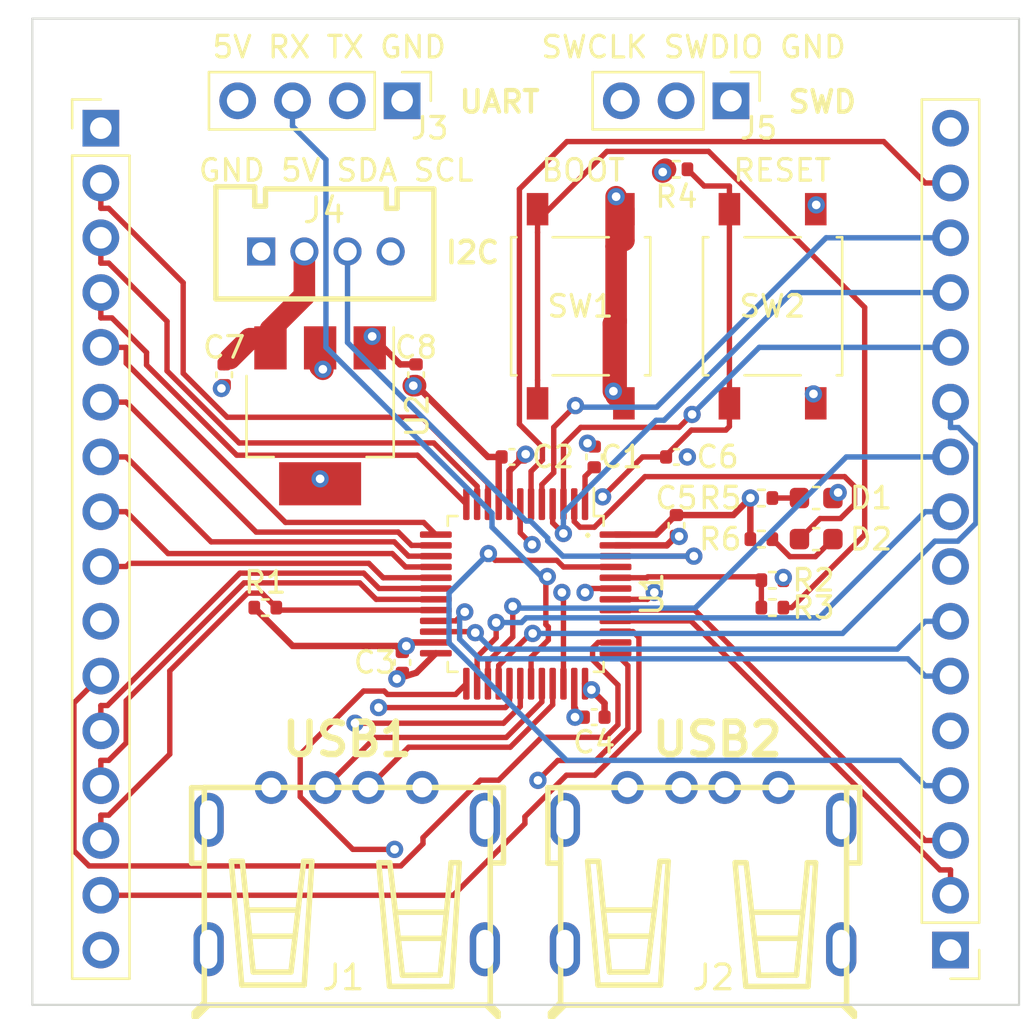
<source format=kicad_pcb>
(kicad_pcb (version 20221018) (generator pcbnew)
  (layers (0 "F.Cu" signal) (1 "In1.Cu" signal) (2 "In2.Cu" signal) (31 "B.Cu" signal) (34 "B.Paste" user) (35 "F.Paste" user) (36 "B.SilkS" user "B.Silkscreen") (37 "F.SilkS" user "F.Silkscreen") (38 "B.Mask" user) (39 "F.Mask" user) (44 "Edge.Cuts" user))
  (net 0 "")
  (net 1 "GND")
  (net 2 "Net-(#FLG01-pwr)")
  (net 3 "+3.3V")
  (net 4 "/NRST")
  (net 5 "+5V")
  (net 6 "Net-(D1-A)")
  (net 7 "/LED1")
  (net 8 "Net-(D2-A)")
  (net 9 "/USB1DM")
  (net 10 "/USB1DP")
  (net 12 "/USB2DM")
  (net 13 "/USB2DP")
  (net 15 "/USART1_TX")
  (net 16 "/USART1_RX")
  (net 17 "/PB9")
  (net 18 "/PB8")
  (net 19 "/SWDIO")
  (net 20 "/SWCLK")
  (net 21 "/PA0")
  (net 22 "/PA1")
  (net 23 "/PA2")
  (net 24 "/PA3")
  (net 25 "/PA4")
  (net 26 "/PA5")
  (net 27 "/PA6")
  (net 28 "/PA7")
  (net 29 "/PA8")
  (net 30 "/PA15")
  (net 31 "/PB0")
  (net 32 "/PB1")
  (net 33 "/PB2")
  (net 34 "/PB3")
  (net 35 "/PB4")
  (net 36 "/PB5")
  (net 37 "/PB10")
  (net 38 "/PB11")
  (net 39 "/PB12")
  (net 40 "/PB13")
  (net 41 "/PB14")
  (net 42 "/PB15")
  (net 43 "/PC14")
  (net 44 "/PC15")
  (net 45 "/PD0")
  (net 46 "/PD1")
  (net 47 "/BOOT0")
  (net 48 "Net-(R3-Pad2)")
  (footprint "Connector_PinHeader_2.54mm:PinHeader_1x16_P2.54mm_Vertical" (layer "F.Cu") (at 60.325 59.69 180)
    (fp_text reference "J7" hide)
    (fp_text value "Conn_01x16")
  )
  (footprint "Package_TO_SOT_SMD:SOT-223-3_TabPin2" (layer "F.Cu") (at 31.115 34.925 -90)
    (fp_text reference "U2")
    (fp_text value "AMS1117-3.3")
  )
  (footprint "Capacitor_SMD:C_0402_1005Metric" (layer "F.Cu") (at 35.56 33.02 90)
    (fp_text reference "C8")
    (fp_text value "2.2u")
  )
  (footprint "Capacitor_SMD:C_0402_1005Metric" (layer "F.Cu") (at 40.005 36.83 180)
    (fp_text reference "C2")
    (fp_text value "0.1u")
  )
  (footprint "toyoshim:USB-A-TH_JTJ-USB-A-F-10.0-010" (layer "F.Cu") (at 32.3495 55.9025)
    (fp_text reference "J1")
    (fp_text value "USB_A" hide)
  )
  (footprint "Resistor_SMD:R_0402_1005Metric" (layer "F.Cu") (at 47.625 23.495)
    (fp_text reference "R4")
    (fp_text value "10K")
  )
  (footprint "Capacitor_SMD:C_0402_1005Metric" (layer "F.Cu") (at 26.67 33.02 -90)
    (fp_text reference "C7")
    (fp_text value "10u")
  )
  (footprint "Resistor_SMD:R_0402_1005Metric" (layer "F.Cu") (at 51.56 40.64)
    (fp_text reference "R6")
    (fp_text value "1K")
  )
  (footprint "Resistor_SMD:R_0402_1005Metric" (layer "F.Cu") (at 52.07 42.545)
    (fp_text reference "R2")
    (fp_text value "2K")
  )
  (footprint "Connector_PinHeader_2.54mm:PinHeader_1x16_P2.54mm_Vertical" (layer "F.Cu") (at 20.955 21.59)
    (fp_text reference "J6" hide)
    (fp_text value "Conn_01x16")
  )
  (footprint "Capacitor_SMD:C_0402_1005Metric" (layer "F.Cu") (at 47.625 36.83)
    (fp_text reference "C6")
    (fp_text value "0.1u")
  )
  (footprint "toyoshim:CONN-TH_4P-P2.00_HX20020-4A_2" (layer "F.Cu") (at 31.385 27.305 180)
    (fp_text reference "J4")
    (fp_text value "Conn_01x04" hide)
  )
  (footprint "Capacitor_SMD:C_0402_1005Metric" (layer "F.Cu") (at 47.625 40.005 -90)
    (fp_text reference "C5")
    (fp_text value "0.1u")
  )
  (footprint "Capacitor_SMD:C_0402_1005Metric" (layer "F.Cu") (at 43.815 48.895 180)
    (fp_text reference "C4")
    (fp_text value "0.1u")
  )
  (footprint "Connector_PinHeader_2.54mm:PinHeader_1x03_P2.54mm_Vertical" (layer "F.Cu") (at 50.15 20.32 -90)
    (fp_text reference "J5")
    (fp_text value "Conn_01x03")
  )
  (footprint "toyoshim:TS-1159B" (layer "F.Cu") (at 43.19 29.845 90)
    (fp_text reference "SW1")
    (fp_text value "SW_Push")
  )
  (footprint "Resistor_SMD:R_0402_1005Metric" (layer "F.Cu") (at 51.56 38.735)
    (fp_text reference "R5")
    (fp_text value "1K")
  )
  (footprint "Resistor_SMD:R_0402_1005Metric" (layer "F.Cu") (at 28.575 43.815)
    (fp_text reference "R1")
    (fp_text value "2K")
  )
  (footprint "Capacitor_SMD:C_0603_1608Metric" (layer "F.Cu") (at 54.1 38.735 180)
    (fp_text reference "D1")
    (fp_text value "LED")
  )
  (footprint "Resistor_SMD:R_0402_1005Metric" (layer "F.Cu") (at 52.07 43.815)
    (fp_text reference "R3")
    (fp_text value "1K")
  )
  (footprint "Capacitor_SMD:C_0402_1005Metric" (layer "F.Cu") (at 43.815 36.83 -90)
    (fp_text reference "C1")
    (fp_text value "0.1u")
  )
  (footprint "toyoshim:USB-A-TH_JTJ-USB-A-F-10.0-010" (layer "F.Cu") (at 48.8595 55.9025)
    (fp_text reference "J2")
    (fp_text value "USB_A" hide)
  )
  (footprint "Connector_PinHeader_2.54mm:PinHeader_1x04_P2.54mm_Vertical" (layer "F.Cu") (at 34.915 20.32 -90)
    (fp_text reference "J3")
    (fp_text value "Conn_01x04")
  )
  (footprint "Package_QFP:LQFP-48_7x7mm_P0.5mm" (layer "F.Cu") (at 40.64 43.18 -90)
    (fp_text reference "U1")
    (fp_text value "CH32V203C8T6")
  )
  (footprint "Capacitor_SMD:C_0603_1608Metric" (layer "F.Cu") (at 54.1 40.64)
    (fp_text reference "D2")
    (fp_text value "LED")
  )
  (footprint "Capacitor_SMD:C_0402_1005Metric" (layer "F.Cu") (at 34.925 46.355 -90)
    (fp_text reference "C3")
    (fp_text value "0.1u")
  )
  (footprint "toyoshim:TS-1159B" (layer "F.Cu") (at 52.08 29.845 90)
    (fp_text reference "SW2")
    (fp_text value "SW_Push")
  )
  (gr_line (start 63.5 16.51) (end 63.5 62.23) (stroke (width 0.1)) (layer "Edge.Cuts"))
  (gr_line (start 17.78 16.51) (end 63.5 16.51) (stroke (width 0.1)) (layer "Edge.Cuts"))
  (gr_line (start 17.78 62.23) (end 17.78 16.51) (stroke (width 0.1)) (layer "Edge.Cuts"))
  (gr_line (start 63.5 62.23) (end 17.78 62.23) (stroke (width 0.1)) (layer "Edge.Cuts"))
  (gr_text "GND 5V SDA SCL" (at 25.4 24.13) (layer "F.SilkS") (effects (font (size 1 1)) (justify left bottom)))
  (gr_text "SWD" (at 52.705 20.955) (layer "F.SilkS") (effects (font (size 1 1) (thickness 0.2) bold) (justify left bottom)))
  (gr_text "5V RX TX GND" (at 26.035 18.415) (layer "F.SilkS") (effects (font (size 1 1)) (justify left bottom)))
  (gr_text "." (at 43.18 40.64) (layer "F.SilkS") (effects (font (size 1 1)) (justify left bottom)))
  (gr_text "SWCLK SWDIO GND" (at 41.275 18.415) (layer "F.SilkS") (effects (font (size 1 1)) (justify left bottom)))
  (gr_text "RESET" (at 50.165 24.13) (layer "F.SilkS") (effects (font (size 1 1)) (justify left bottom)))
  (gr_text "UART" (at 37.465 20.955) (layer "F.SilkS") (effects (font (size 1 1) (thickness 0.2) bold) (justify left bottom)))
  (gr_text "USB2" (at 46.355 50.8) (layer "F.SilkS") (effects (font (size 1.5 1.5) (thickness 0.3) bold) (justify left bottom)))
  (gr_text "I2C" (at 36.83 27.94) (layer "F.SilkS") (effects (font (size 1 1) (thickness 0.2) bold) (justify left bottom)))
  (gr_text "USB1" (at 29.21 50.8) (layer "F.SilkS") (effects (font (size 1.5 1.5) (thickness 0.3) bold) (justify left bottom)))
  (gr_text "BOOT" (at 41.275 24.13) (layer "F.SilkS") (effects (font (size 1 1)) (justify left bottom)))
  (segment (start 35.56 32.54) (end 34.826 32.54) (width 0.3) (layer "F.Cu") (net 1))
  (segment (start 33.528 31.242) (end 33.415 31.355) (width 0.25) (layer "F.Cu") (net 1))
  (segment (start 26.543 33.655) (end 26.67 33.528) (width 0.25) (layer "F.Cu") (net 1))
  (segment (start 26.67 33.528) (end 26.67 33.5) (width 0.25) (layer "F.Cu") (net 1))
  (segment (start 33.415 31.355) (end 33.415 31.775) (width 0.25) (layer "F.Cu") (net 1))
  (segment (start 54.875 38.724) (end 54.875 38.735) (width 0.25) (layer "F.Cu") (net 1))
  (segment (start 53.975 33.909) (end 54.08 34.014) (width 0.25) (layer "F.Cu") (net 1))
  (segment (start 36.4775 45.43) (end 35.37 45.43) (width 0.3) (layer "F.Cu") (net 1))
  (segment (start 35.37 45.43) (end 35.207 45.593) (width 0.3) (layer "F.Cu") (net 1))
  (segment (start 47.18 40.93) (end 47.597 40.513) (width 0.3) (layer "F.Cu") (net 1))
  (segment (start 43.66 36.195) (end 43.815 36.35) (width 0.25) (layer "F.Cu") (net 1))
  (segment (start 39.89 37.468) (end 40.485 36.873) (width 0.3) (layer "F.Cu") (net 1))
  (segment (start 34.826 32.54) (end 33.528 31.242) (width 0.3) (layer "F.Cu") (net 1))
  (segment (start 52.578 42.418) (end 52.58 42.42) (width 0.25) (layer "F.Cu") (net 1))
  (segment (start 47.752 40.513) (end 47.752 40.358) (width 0.3) (layer "F.Cu") (net 1))
  (segment (start 34.925 45.875) (end 34.925 45.7765) (width 0.3) (layer "F.Cu") (net 1))
  (segment (start 40.64 36.703) (end 40.485 36.83) (width 0.3) (layer "F.Cu") (net 1))
  (segment (start 47.597 40.513) (end 47.752 40.513) (width 0.3) (layer "F.Cu") (net 1))
  (segment (start 54.102 25.146) (end 54.08 25.168) (width 0.25) (layer "F.Cu") (net 1))
  (segment (start 52.58 42.42) (end 52.58 42.545) (width 0.25) (layer "F.Cu") (net 1))
  (segment (start 42.89 47.3425) (end 42.89 48.45) (width 0.3) (layer "F.Cu") (net 1))
  (segment (start 28.065 43.815) (end 29.843 45.593) (width 0.3) (layer "F.Cu") (net 1))
  (segment (start 47.752 40.358) (end 47.625 40.485) (width 0.3) (layer "F.Cu") (net 1))
  (segment (start 39.89 39.0175) (end 39.89 37.468) (width 0.3) (layer "F.Cu") (net 1))
  (segment (start 55.118 38.481) (end 54.875 38.724) (width 0.25) (layer "F.Cu") (net 1))
  (segment (start 42.926 48.486) (end 42.926 48.895) (width 0.3) (layer "F.Cu") (net 1))
  (segment (start 35.207 45.593) (end 35.1085 45.593) (width 0.3) (layer "F.Cu") (net 1))
  (segment (start 54.08 25.168) (end 54.08 25.345) (width 0.25) (layer "F.Cu") (net 1))
  (segment (start 40.485 36.873) (end 40.64 36.703) (width 0.3) (layer "F.Cu") (net 1))
  (segment (start 43.5045 36.195) (end 43.66 36.195) (width 0.25) (layer "F.Cu") (net 1))
  (segment (start 42.89 48.45) (end 42.926 48.486) (width 0.3) (layer "F.Cu") (net 1))
  (segment (start 44.8025 40.93) (end 47.18 40.93) (width 0.3) (layer "F.Cu") (net 1))
  (segment (start 54.08 34.014) (end 54.08 34.345) (width 0.25) (layer "F.Cu") (net 1))
  (segment (start 34.925 45.7765) (end 35.1085 45.593) (width 0.3) (layer "F.Cu") (net 1))
  (segment (start 48.133 36.83) (end 48.105 36.83) (width 0.25) (layer "F.Cu") (net 1))
  (segment (start 42.926 48.895) (end 43.335 48.895) (width 0.3) (layer "F.Cu") (net 1))
  (segment (start 34.643 45.593) (end 34.925 45.875) (width 0.3) (layer "F.Cu") (net 1))
  (segment (start 29.843 45.593) (end 34.643 45.593) (width 0.3) (layer "F.Cu") (net 1))
  (via (at 42.926 48.895) (size 0.8) (drill 0.4) (layers "F.Cu" "B.Cu") (net 1))
  (via (at 53.975 33.909) (size 0.8) (drill 0.4) (layers "F.Cu" "B.Cu") (net 1))
  (via (at 52.578 42.418) (size 0.8) (drill 0.4) (layers "F.Cu" "B.Cu") (net 1))
  (via (at 43.5045 36.195) (size 0.8) (drill 0.4) (layers "F.Cu" "B.Cu") (net 1))
  (via (at 55.118 38.481) (size 0.8) (drill 0.4) (layers "F.Cu" "B.Cu") (net 1))
  (via (at 54.102 25.146) (size 0.8) (drill 0.4) (layers "F.Cu" "B.Cu") (net 1))
  (via (at 35.1085 45.593) (size 0.8) (drill 0.4) (layers "F.Cu" "B.Cu") (net 1))
  (via (at 33.528 31.242) (size 0.8) (drill 0.4) (layers "F.Cu" "B.Cu") (net 1))
  (via (at 48.133 36.83) (size 0.8) (drill 0.4) (layers "F.Cu" "B.Cu") (net 1))
  (via (at 40.64 36.703) (size 0.8) (drill 0.4) (layers "F.Cu" "B.Cu") (net 1))
  (via (at 47.752 40.513) (size 0.8) (drill 0.4) (layers "F.Cu" "B.Cu") (net 1))
  (via (at 26.543 33.655) (size 0.8) (drill 0.4) (layers "F.Cu" "B.Cu") (net 1))
  (segment (start 43.39 37.735) (end 43.39 39.0175) (width 0.25) (layer "F.Cu") (net 2))
  (segment (start 43.815 37.31) (end 43.39 37.735) (width 0.25) (layer "F.Cu") (net 2))
  (segment (start 47.582 39.525) (end 47.625 39.525) (width 0.3) (layer "F.Cu") (net 3))
  (segment (start 35.5391 33.5209) (end 35.56 33.5) (width 0.5608) (layer "F.Cu") (net 3))
  (segment (start 46.677 40.43) (end 47.582 39.525) (width 0.3) (layer "F.Cu") (net 3))
  (segment (start 51.054 38.735) (end 51.054 38.731) (width 0.3) (layer "F.Cu") (net 3))
  (segment (start 47.115 23.497) (end 47.115 23.495) (width 1) (layer "F.Cu") (net 3))
  (segment (start 34.925 46.835) (end 34.671 47.117) (width 0.3) (layer "F.Cu") (net 3))
  (segment (start 47.625 39.525) (end 50.26 39.525) (width 0.3) (layer "F.Cu") (net 3))
  (segment (start 35.5228 33.5209) (end 35.5235 33.5209) (width 0.5608) (layer "F.Cu") (net 3))
  (segment (start 31.115 32.639) (end 31.115 31.775) (width 1) (layer "F.Cu") (net 3))
  (segment (start 35.5157 33.528) (end 35.5228 33.5209) (width 0.5608) (layer "F.Cu") (net 3))
  (segment (start 39.39 36.965) (end 39.525 36.83) (width 0.3) (layer "F.Cu") (net 3))
  (segment (start 38.89 36.83) (end 39.525 36.83) (width 0.3) (layer "F.Cu") (net 3))
  (segment (start 31.115 37.846) (end 31.115 38.075) (width 1) (layer "F.Cu") (net 3))
  (segment (start 51.05 38.735) (end 51.05 40.64) (width 0.3) (layer "F.Cu") (net 3))
  (segment (start 43.6725 47.625) (end 43.688 47.625) (width 0.3) (layer "F.Cu") (net 3))
  (segment (start 43.688 47.625) (end 43.688 47.6405) (width 0.3) (layer "F.Cu") (net 3))
  (segment (start 35.433 33.528) (end 35.5157 33.528) (width 1) (layer "F.Cu") (net 3))
  (segment (start 39.39 39.0175) (end 39.39 36.965) (width 0.3) (layer "F.Cu") (net 3))
  (segment (start 31.242 32.766) (end 31.115 32.639) (width 1) (layer "F.Cu") (net 3))
  (segment (start 44.295 48.2475) (end 44.295 48.895) (width 0.3) (layer "F.Cu") (net 3))
  (segment (start 43.688 47.6405) (end 44.295 48.2475) (width 0.3) (layer "F.Cu") (net 3))
  (segment (start 44.8025 40.43) (end 46.677 40.43) (width 0.3) (layer "F.Cu") (net 3))
  (segment (start 43.39 47.3425) (end 43.6725 47.625) (width 0.3) (layer "F.Cu") (net 3))
  (segment (start 46.99 23.622) (end 47.115 23.497) (width 1) (layer "F.Cu") (net 3))
  (segment (start 50.26 39.525) (end 51.05 38.735) (width 0.3) (layer "F.Cu") (net 3))
  (segment (start 35.56 33.5) (end 38.89 36.83) (width 0.3) (layer "F.Cu") (net 3))
  (segment (start 51.05 38.735) (end 51.054 38.735) (width 0.3) (layer "F.Cu") (net 3))
  (segment (start 34.671 47.117) (end 35.5725 46.835) (width 0.3) (layer "F.Cu") (net 3))
  (segment (start 51.054 38.731) (end 51.05 38.735) (width 0.3) (layer "F.Cu") (net 3))
  (segment (start 35.5725 46.835) (end 36.4775 45.93) (width 0.3) (layer "F.Cu") (net 3))
  (segment (start 35.5235 33.5209) (end 35.5391 33.5209) (width 1) (layer "F.Cu") (net 3))
  (via (at 35.433 33.528) (size 0.8) (drill 0.4) (layers "F.Cu" "B.Cu") (net 3))
  (via (at 31.242 32.766) (size 0.8) (drill 0.4) (layers "F.Cu" "B.Cu") (net 3))
  (via (at 43.688 47.625) (size 0.8) (drill 0.4) (layers "F.Cu" "B.Cu") (net 3))
  (via (at 31.115 37.846) (size 0.8) (drill 0.4) (layers "F.Cu" "B.Cu") (net 3))
  (via (at 34.671 47.117) (size 0.8) (drill 0.4) (layers "F.Cu" "B.Cu") (net 3))
  (via (at 51.054 38.735) (size 0.8) (drill 0.4) (layers "F.Cu" "B.Cu") (net 3))
  (via (at 46.99 23.622) (size 0.8) (drill 0.4) (layers "F.Cu" "B.Cu") (net 3))
  (segment (start 50.08 25.345) (end 50.08 34.345) (width 0.25) (layer "F.Cu") (net 4))
  (segment (start 44.2035 38.68) (end 46.0535 36.83) (width 0.25) (layer "F.Cu") (net 4))
  (segment (start 40.39 39.0175) (end 40.39 40.35) (width 0.25) (layer "F.Cu") (net 4))
  (segment (start 47.145 36.7582) (end 48.3179 35.5853) (width 0.25) (layer "F.Cu") (net 4))
  (segment (start 46.0535 36.83) (end 47.145 36.83) (width 0.25) (layer "F.Cu") (net 4))
  (segment (start 48.3179 35.5853) (end 49.915 35.5853) (width 0.25) (layer "F.Cu") (net 4))
  (segment (start 50.08 34.345) (end 50.08 35.4203) (width 0.25) (layer "F.Cu") (net 4))
  (segment (start 47.145 36.83) (end 47.145 36.7582) (width 0.25) (layer "F.Cu") (net 4))
  (segment (start 49.915 35.5853) (end 50.08 35.4203) (width 0.25) (layer "F.Cu") (net 4))
  (segment (start 40.39 40.35) (end 40.9365 40.8965) (width 0.25) (layer "F.Cu") (net 4))
  (segment (start 48.9097 24.2697) (end 48.135 23.495) (width 0.25) (layer "F.Cu") (net 4))
  (segment (start 50.08 25.345) (end 50.08 24.2697) (width 0.25) (layer "F.Cu") (net 4))
  (segment (start 50.08 24.2697) (end 48.9097 24.2697) (width 0.25) (layer "F.Cu") (net 4))
  (via (at 44.2035 38.68) (size 0.8) (drill 0.4) (layers "F.Cu" "B.Cu") (net 4))
  (via (at 40.9365 40.8965) (size 0.8) (drill 0.4) (layers "F.Cu" "B.Cu") (net 4))
  (segment (start 44.831 27.0702) (end 45.1059 26.7953) (width 1) (layer "F.Cu") (net 5))
  (segment (start 44.831 27.0702) (end 44.831 30.5281) (width 1) (layer "F.Cu") (net 5))
  (segment (start 28.815 31.35) (end 28.815 31.775) (width 1) (layer "F.Cu") (net 5))
  (segment (start 27.86 31.35) (end 26.9397 32.2703) (width 1) (layer "F.Cu") (net 5))
  (segment (start 45.1059 26.7953) (end 45.19 26.7953) (width 1) (layer "F.Cu") (net 5))
  (segment (start 30.385 29.355) (end 28.815 30.925) (width 1) (layer "F.Cu") (net 5))
  (segment (start 26.9397 32.2703) (end 26.67 32.54) (width 0.5608) (layer "F.Cu") (net 5))
  (segment (start 44.831 33.986) (end 45.19 34.345) (width 1) (layer "F.Cu") (net 5))
  (segment (start 44.831 30.5281) (end 44.704 30.6551) (width 1) (layer "F.Cu") (net 5))
  (segment (start 44.831 30.5281) (end 44.831 33.986) (width 1) (layer "F.Cu") (net 5))
  (segment (start 45.19 25.345) (end 45.19 26.7953) (width 1) (layer "F.Cu") (net 5))
  (segment (start 28.815 31.35) (end 27.86 31.35) (width 1) (layer "F.Cu") (net 5))
  (segment (start 44.704 30.6551) (end 44.704 33.782) (width 1) (layer "F.Cu") (net 5))
  (segment (start 30.385 27.305) (end 30.385 29.355) (width 1) (layer "F.Cu") (net 5))
  (segment (start 28.815 30.925) (end 28.815 31.35) (width 1) (layer "F.Cu") (net 5))
  (segment (start 44.831 24.765) (end 44.831 27.0702) (width 1) (layer "F.Cu") (net 5))
  (via (at 44.831 24.765) (size 0.8) (drill 0.4) (layers "F.Cu" "B.Cu") (net 5))
  (via (at 44.704 33.782) (size 0.8) (drill 0.4) (layers "F.Cu" "B.Cu") (net 5))
  (segment (start 53.325 38.735) (end 52.07 38.735) (width 0.25) (layer "F.Cu") (net 6))
  (segment (start 43.1543 40.0881) (end 43.8213 40.0881) (width 0.25) (layer "F.Cu") (net 7))
  (segment (start 55.2199 39.6875) (end 54.2775 39.6875) (width 0.25) (layer "F.Cu") (net 7))
  (segment (start 55.877 39.0304) (end 55.2199 39.6875) (width 0.25) (layer "F.Cu") (net 7))
  (segment (start 55.4203 37.7451) (end 55.877 38.2018) (width 0.25) (layer "F.Cu") (net 7))
  (segment (start 55.877 38.2018) (end 55.877 39.0304) (width 0.25) (layer "F.Cu") (net 7))
  (segment (start 46.1643 37.7451) (end 55.4203 37.7451) (width 0.25) (layer "F.Cu") (net 7))
  (segment (start 42.89 39.8238) (end 43.1543 40.0881) (width 0.25) (layer "F.Cu") (net 7))
  (segment (start 42.89 39.0175) (end 42.89 39.8238) (width 0.25) (layer "F.Cu") (net 7))
  (segment (start 54.2775 39.6875) (end 53.325 40.64) (width 0.25) (layer "F.Cu") (net 7))
  (segment (start 43.8213 40.0881) (end 46.1643 37.7451) (width 0.25) (layer "F.Cu") (net 7))
  (segment (start 54.875 40.64) (end 54.0618 41.4532) (width 0.25) (layer "F.Cu") (net 8))
  (segment (start 54.0618 41.4532) (end 52.8832 41.4532) (width 0.25) (layer "F.Cu") (net 8))
  (segment (start 52.8832 41.4532) (end 52.07 40.64) (width 0.25) (layer "F.Cu") (net 8))
  (segment (start 41.39 48.1835) (end 39.7381 49.8354) (width 0.25) (layer "F.Cu") (net 9))
  (segment (start 33.6656 49.8354) (end 31.3485 52.1525) (width 0.25) (layer "F.Cu") (net 9))
  (segment (start 41.39 47.3425) (end 41.39 48.1835) (width 0.25) (layer "F.Cu") (net 9))
  (segment (start 39.7381 49.8354) (end 33.6656 49.8354) (width 0.25) (layer "F.Cu") (net 9))
  (segment (start 41.89 48.3204) (end 39.9246 50.2858) (width 0.25) (layer "F.Cu") (net 10))
  (segment (start 39.9246 50.2858) (end 35.2172 50.2858) (width 0.25) (layer "F.Cu") (net 10))
  (segment (start 35.2172 50.2858) (end 33.3505 52.1525) (width 0.25) (layer "F.Cu") (net 10))
  (segment (start 41.89 47.3425) (end 41.89 48.3204) (width 0.25) (layer "F.Cu") (net 10))
  (segment (start 44.8025 43.43) (end 46.2835 43.43) (width 0.25) (layer "F.Cu") (net 12))
  (segment (start 46.2835 43.43) (end 46.6011 43.1124) (width 0.25) (layer "F.Cu") (net 12))
  (via (at 46.6011 43.1124) (size 0.8) (drill 0.4) (layers "F.Cu" "B.Cu") (net 12))
  (segment (start 43.5739 42.93) (end 43.3915 43.1124) (width 0.25) (layer "F.Cu") (net 13))
  (segment (start 44.8025 42.93) (end 43.5739 42.93) (width 0.25) (layer "F.Cu") (net 13))
  (via (at 43.3915 43.1124) (size 0.8) (drill 0.4) (layers "F.Cu" "B.Cu") (net 13))
  (segment (start 40.39 48.3961) (end 39.6116 49.1745) (width 0.25) (layer "F.Cu") (net 15))
  (segment (start 40.39 47.3425) (end 40.39 48.3961) (width 0.25) (layer "F.Cu") (net 15))
  (segment (start 39.6116 49.1745) (end 32.7306 49.1745) (width 0.25) (layer "F.Cu") (net 15))
  (via (at 32.7306 49.1745) (size 0.8) (drill 0.4) (layers "F.Cu" "B.Cu") (net 15))
  (segment (start 41.6901 44.7129) (end 41.5743 44.5971) (width 0.25) (layer "F.Cu") (net 16))
  (segment (start 40.89 47.3425) (end 40.89 46.114) (width 0.25) (layer "F.Cu") (net 16))
  (segment (start 41.5743 42.4416) (end 41.6405 42.3754) (width 0.25) (layer "F.Cu") (net 16))
  (segment (start 41.6901 45.3139) (end 41.6901 44.7129) (width 0.25) (layer "F.Cu") (net 16))
  (segment (start 41.5743 44.5971) (end 41.5743 42.4416) (width 0.25) (layer "F.Cu") (net 16))
  (segment (start 40.89 46.114) (end 41.6901 45.3139) (width 0.25) (layer "F.Cu") (net 16))
  (via (at 41.6405 42.3754) (size 0.8) (drill 0.4) (layers "F.Cu" "B.Cu") (net 16))
  (segment (start 39.0805 40.0885) (end 41.3674 42.3754) (width 0.25) (layer "B.Cu") (net 16))
  (segment (start 41.3674 42.3754) (end 41.6405 42.3754) (width 0.25) (layer "B.Cu") (net 16))
  (segment (start 39.0805 39.439) (end 39.0805 40.0885) (width 0.25) (layer "B.Cu") (net 16))
  (segment (start 31.385 23.0453) (end 31.385 31.7435) (width 0.25) (layer "B.Cu") (net 16))
  (segment (start 29.835 21.4953) (end 31.385 23.0453) (width 0.25) (layer "B.Cu") (net 16))
  (segment (start 29.835 20.32) (end 29.835 21.4953) (width 0.25) (layer "B.Cu") (net 16))
  (segment (start 31.385 31.7435) (end 39.0805 39.439) (width 0.25) (layer "B.Cu") (net 16))
  (segment (start 44.8025 41.43) (end 48.4311 41.43) (width 0.25) (layer "F.Cu") (net 17))
  (via (at 48.4311 41.43) (size 0.8) (drill 0.4) (layers "F.Cu" "B.Cu") (net 17))
  (segment (start 41.6618 40.596) (end 40.8666 39.8008) (width 0.25) (layer "B.Cu") (net 17))
  (segment (start 41.6618 40.7273) (end 41.6618 40.596) (width 0.25) (layer "B.Cu") (net 17))
  (segment (start 40.6612 39.8008) (end 32.385 31.5246) (width 0.25) (layer "B.Cu") (net 17))
  (segment (start 48.4311 41.43) (end 42.3645 41.43) (width 0.25) (layer "B.Cu") (net 17))
  (segment (start 32.385 31.5246) (end 32.385 27.305) (width 0.25) (layer "B.Cu") (net 17))
  (segment (start 42.3645 41.43) (end 41.6618 40.7273) (width 0.25) (layer "B.Cu") (net 17))
  (segment (start 40.8666 39.8008) (end 40.6612 39.8008) (width 0.25) (layer "B.Cu") (net 17))
  (segment (start 42.3902 41.93) (end 42.0822 41.622) (width 0.25) (layer "F.Cu") (net 18))
  (segment (start 39.2244 41.622) (end 38.9135 41.3111) (width 0.25) (layer "F.Cu") (net 18))
  (segment (start 42.0822 41.622) (end 39.2244 41.622) (width 0.25) (layer "F.Cu") (net 18))
  (segment (start 44.8025 41.93) (end 42.3902 41.93) (width 0.25) (layer "F.Cu") (net 18))
  (via (at 38.9135 41.3111) (size 0.8) (drill 0.4) (layers "F.Cu" "B.Cu") (net 18))
  (segment (start 42.5336 50.8947) (end 57.9744 50.8947) (width 0.25) (layer "B.Cu") (net 18))
  (segment (start 57.9744 50.8947) (end 59.1497 52.07) (width 0.25) (layer "B.Cu") (net 18))
  (segment (start 37.0886 43.136) (end 37.0886 45.4497) (width 0.25) (layer "B.Cu") (net 18))
  (segment (start 60.325 52.07) (end 59.1497 52.07) (width 0.25) (layer "B.Cu") (net 18))
  (segment (start 37.0886 45.4497) (end 42.5336 50.8947) (width 0.25) (layer "B.Cu") (net 18))
  (segment (start 38.9135 41.3111) (end 37.0886 43.136) (width 0.25) (layer "B.Cu") (net 18))
  (segment (start 42.39 43.1841) (end 42.3183 43.1124) (width 0.25) (layer "F.Cu") (net 19))
  (segment (start 42.39 47.3425) (end 42.39 43.1841) (width 0.25) (layer "F.Cu") (net 19))
  (via (at 42.3183 43.1124) (size 0.8) (drill 0.4) (layers "F.Cu" "B.Cu") (net 19))
  (segment (start 44.8025 45.93) (end 45.3756 46.5031) (width 0.25) (layer "F.Cu") (net 20))
  (segment (start 45.3756 49.4202) (end 43.8927 50.9031) (width 0.25) (layer "F.Cu") (net 20))
  (segment (start 42.1275 50.9031) (end 42.1275 50.9032) (width 0.25) (layer "F.Cu") (net 20))
  (segment (start 42.1275 50.9032) (end 41.2077 51.823) (width 0.25) (layer "F.Cu") (net 20))
  (segment (start 45.3756 46.5031) (end 45.3756 49.4202) (width 0.25) (layer "F.Cu") (net 20))
  (segment (start 43.8927 50.9031) (end 42.1275 50.9031) (width 0.25) (layer "F.Cu") (net 20))
  (via (at 41.2077 51.823) (size 0.8) (drill 0.4) (layers "F.Cu" "B.Cu") (net 20))
  (segment (start 21.3223 25.3053) (end 20.955 25.3053) (width 0.25) (layer "F.Cu") (net 21))
  (segment (start 26.8089 34.9903) (end 24.77 32.9514) (width 0.25) (layer "F.Cu") (net 21))
  (segment (start 24.77 28.753) (end 21.3223 25.3053) (width 0.25) (layer "F.Cu") (net 21))
  (segment (start 24.77 32.9514) (end 24.77 28.753) (width 0.25) (layer "F.Cu") (net 21))
  (segment (start 20.955 24.13) (end 20.955 25.3053) (width 0.25) (layer "F.Cu") (net 21))
  (segment (start 38.89 39.0175) (end 38.89 38.0547) (width 0.25) (layer "F.Cu") (net 21))
  (segment (start 38.89 38.0547) (end 35.8256 34.9903) (width 0.25) (layer "F.Cu") (net 21))
  (segment (start 35.8256 34.9903) (end 26.8089 34.9903) (width 0.25) (layer "F.Cu") (net 21))
  (segment (start 20.955 26.67) (end 20.955 27.8453) (width 0.25) (layer "F.Cu") (net 22))
  (segment (start 21.3223 27.8453) (end 24.0217 30.5447) (width 0.25) (layer "F.Cu") (net 22))
  (segment (start 24.0217 30.5447) (end 24.0217 32.84) (width 0.25) (layer "F.Cu") (net 22))
  (segment (start 38.39 38.1916) (end 38.39 39.0175) (width 0.25) (layer "F.Cu") (net 22))
  (segment (start 36.3806 36.1822) (end 38.39 38.1916) (width 0.25) (layer "F.Cu") (net 22))
  (segment (start 27.3639 36.1822) (end 36.3806 36.1822) (width 0.25) (layer "F.Cu") (net 22))
  (segment (start 24.0217 32.84) (end 27.3639 36.1822) (width 0.25) (layer "F.Cu") (net 22))
  (segment (start 20.955 27.8453) (end 21.3223 27.8453) (width 0.25) (layer "F.Cu") (net 22))
  (segment (start 23.0723 31.9884) (end 21.4692 30.3853) (width 0.25) (layer "F.Cu") (net 23))
  (segment (start 20.955 29.21) (end 20.955 30.3853) (width 0.25) (layer "F.Cu") (net 23))
  (segment (start 35.6222 36.7497) (end 27.2528 36.7497) (width 0.25) (layer "F.Cu") (net 23))
  (segment (start 23.0723 32.5692) (end 23.0723 31.9884) (width 0.25) (layer "F.Cu") (net 23))
  (segment (start 27.2528 36.7497) (end 23.0723 32.5692) (width 0.25) (layer "F.Cu") (net 23))
  (segment (start 21.4692 30.3853) (end 20.955 30.3853) (width 0.25) (layer "F.Cu") (net 23))
  (segment (start 37.89 39.0175) (end 35.6222 36.7497) (width 0.25) (layer "F.Cu") (net 23))
  (segment (start 35.912 39.8645) (end 29.5102 39.8645) (width 0.25) (layer "F.Cu") (net 24))
  (segment (start 36.4775 40.43) (end 35.912 39.8645) (width 0.25) (layer "F.Cu") (net 24))
  (segment (start 22.1303 32.4846) (end 22.1303 31.75) (width 0.25) (layer "F.Cu") (net 24))
  (segment (start 20.955 31.75) (end 22.1303 31.75) (width 0.25) (layer "F.Cu") (net 24))
  (segment (start 29.5102 39.8645) (end 22.1303 32.4846) (width 0.25) (layer "F.Cu") (net 24))
  (segment (start 20.955 34.29) (end 22.1303 34.29) (width 0.25) (layer "F.Cu") (net 25))
  (segment (start 34.7357 40.3148) (end 28.1551 40.3148) (width 0.25) (layer "F.Cu") (net 25))
  (segment (start 35.3509 40.93) (end 34.7357 40.3148) (width 0.25) (layer "F.Cu") (net 25))
  (segment (start 36.4775 40.93) (end 35.3509 40.93) (width 0.25) (layer "F.Cu") (net 25))
  (segment (start 28.1551 40.3148) (end 22.1303 34.29) (width 0.25) (layer "F.Cu") (net 25))
  (segment (start 35.214 41.43) (end 34.5491 40.7651) (width 0.25) (layer "F.Cu") (net 26))
  (segment (start 34.5491 40.7651) (end 26.0654 40.7651) (width 0.25) (layer "F.Cu") (net 26))
  (segment (start 26.0654 40.7651) (end 22.1303 36.83) (width 0.25) (layer "F.Cu") (net 26))
  (segment (start 20.955 36.83) (end 22.1303 36.83) (width 0.25) (layer "F.Cu") (net 26))
  (segment (start 36.4775 41.43) (end 35.214 41.43) (width 0.25) (layer "F.Cu") (net 26))
  (segment (start 24.0712 41.3109) (end 22.1303 39.37) (width 0.25) (layer "F.Cu") (net 27))
  (segment (start 20.955 39.37) (end 22.1303 39.37) (width 0.25) (layer "F.Cu") (net 27))
  (segment (start 36.4775 41.93) (end 35.0771 41.93) (width 0.25) (layer "F.Cu") (net 27))
  (segment (start 34.458 41.3109) (end 24.0712 41.3109) (width 0.25) (layer "F.Cu") (net 27))
  (segment (start 35.0771 41.93) (end 34.458 41.3109) (width 0.25) (layer "F.Cu") (net 27))
  (segment (start 22.1303 41.91) (end 22.279 41.7613) (width 0.25) (layer "F.Cu") (net 28))
  (segment (start 22.279 41.7613) (end 33.3708 41.7613) (width 0.25) (layer "F.Cu") (net 28))
  (segment (start 33.3708 41.7613) (end 34.0395 42.43) (width 0.25) (layer "F.Cu") (net 28))
  (segment (start 20.955 41.91) (end 22.1303 41.91) (width 0.25) (layer "F.Cu") (net 28))
  (segment (start 34.0395 42.43) (end 36.4775 42.43) (width 0.25) (layer "F.Cu") (net 28))
  (segment (start 39.7001 48.4491) (end 33.8238 48.4491) (width 0.25) (layer "F.Cu") (net 29))
  (segment (start 39.89 48.2592) (end 39.7001 48.4491) (width 0.25) (layer "F.Cu") (net 29))
  (segment (start 39.89 47.3425) (end 39.89 48.2592) (width 0.25) (layer "F.Cu") (net 29))
  (via (at 33.8238 48.4491) (size 0.8) (drill 0.4) (layers "F.Cu" "B.Cu") (net 29))
  (segment (start 19.7083 48.2367) (end 20.955 46.99) (width 0.25) (layer "F.Cu") (net 30))
  (segment (start 34.8534 55.7901) (end 20.4087 55.7901) (width 0.25) (layer "F.Cu") (net 30))
  (segment (start 43.9974 45.43) (end 43.7392 45.6882) (width 0.25) (layer "F.Cu") (net 30))
  (segment (start 44.3322 49.8267) (end 41.3771 49.8267) (width 0.25) (layer "F.Cu") (net 30))
  (segment (start 20.4087 55.7901) (end 19.7083 55.0897) (width 0.25) (layer "F.Cu") (net 30))
  (segment (start 44.8025 45.43) (end 43.9974 45.43) (width 0.25) (layer "F.Cu") (net 30))
  (segment (start 43.7392 45.6882) (end 43.7392 46.2287) (width 0.25) (layer "F.Cu") (net 30))
  (segment (start 19.7083 55.0897) (end 19.7083 48.2367) (width 0.25) (layer "F.Cu") (net 30))
  (segment (start 38.5461 51.8148) (end 35.8818 54.4791) (width 0.25) (layer "F.Cu") (net 30))
  (segment (start 41.3771 49.8267) (end 39.389 51.8148) (width 0.25) (layer "F.Cu") (net 30))
  (segment (start 44.915 47.4045) (end 44.915 49.2439) (width 0.25) (layer "F.Cu") (net 30))
  (segment (start 39.389 51.8148) (end 38.5461 51.8148) (width 0.25) (layer "F.Cu") (net 30))
  (segment (start 35.8818 54.4791) (end 35.8818 54.7617) (width 0.25) (layer "F.Cu") (net 30))
  (segment (start 43.7392 46.2287) (end 44.915 47.4045) (width 0.25) (layer "F.Cu") (net 30))
  (segment (start 44.915 49.2439) (end 44.3322 49.8267) (width 0.25) (layer "F.Cu") (net 30))
  (segment (start 35.8818 54.7617) (end 34.8534 55.7901) (width 0.25) (layer "F.Cu") (net 30))
  (segment (start 33.1357 42.2179) (end 33.8478 42.93) (width 0.25) (layer "F.Cu") (net 31))
  (segment (start 21.2605 48.3547) (end 27.3973 42.2179) (width 0.25) (layer "F.Cu") (net 31))
  (segment (start 33.8478 42.93) (end 36.4775 42.93) (width 0.25) (layer "F.Cu") (net 31))
  (segment (start 27.3973 42.2179) (end 33.1357 42.2179) (width 0.25) (layer "F.Cu") (net 31))
  (segment (start 20.955 49.53) (end 20.955 48.3547) (width 0.25) (layer "F.Cu") (net 31))
  (segment (start 20.955 48.3547) (end 21.2605 48.3547) (width 0.25) (layer "F.Cu") (net 31))
  (segment (start 20.955 50.8947) (end 21.3224 50.8947) (width 0.25) (layer "F.Cu") (net 32))
  (segment (start 22.1303 48.1298) (end 27.5918 42.6683) (width 0.25) (layer "F.Cu") (net 32))
  (segment (start 22.1303 50.0868) (end 22.1303 48.1298) (width 0.25) (layer "F.Cu") (net 32))
  (segment (start 32.9492 42.6683) (end 33.7109 43.43) (width 0.25) (layer "F.Cu") (net 32))
  (segment (start 33.7109 43.43) (end 36.4775 43.43) (width 0.25) (layer "F.Cu") (net 32))
  (segment (start 27.5918 42.6683) (end 32.9492 42.6683) (width 0.25) (layer "F.Cu") (net 32))
  (segment (start 21.3224 50.8947) (end 22.1303 50.0868) (width 0.25) (layer "F.Cu") (net 32))
  (segment (start 20.955 52.07) (end 20.955 50.8947) (width 0.25) (layer "F.Cu") (net 32))
  (segment (start 24.1491 50.6079) (end 24.1491 46.7479) (width 0.25) (layer "F.Cu") (net 33))
  (segment (start 28.4139 43.1439) (end 29.085 43.815) (width 0.25) (layer "F.Cu") (net 33))
  (segment (start 20.955 54.61) (end 20.955 53.4347) (width 0.25) (layer "F.Cu") (net 33))
  (segment (start 21.3223 53.4347) (end 24.1491 50.6079) (width 0.25) (layer "F.Cu") (net 33))
  (segment (start 24.1491 46.7479) (end 27.7531 43.1439) (width 0.25) (layer "F.Cu") (net 33))
  (segment (start 36.4775 43.93) (end 29.2 43.93) (width 0.25) (layer "F.Cu") (net 33))
  (segment (start 20.955 53.4347) (end 21.3223 53.4347) (width 0.25) (layer "F.Cu") (net 33))
  (segment (start 29.2 43.93) (end 29.085 43.815) (width 0.25) (layer "F.Cu") (net 33))
  (segment (start 27.7531 43.1439) (end 28.4139 43.1439) (width 0.25) (layer "F.Cu") (net 33))
  (segment (start 42.5282 51.5837) (end 40.6045 53.5074) (width 0.25) (layer "F.Cu") (net 34))
  (segment (start 45.8865 45.1999) (end 45.8865 49.5462) (width 0.25) (layer "F.Cu") (net 34))
  (segment (start 45.8865 49.5462) (end 43.849 51.5837) (width 0.25) (layer "F.Cu") (net 34))
  (segment (start 37.2843 57.15) (end 20.955 57.15) (width 0.25) (layer "F.Cu") (net 34))
  (segment (start 40.6045 53.5074) (end 40.6045 53.8298) (width 0.25) (layer "F.Cu") (net 34))
  (segment (start 40.6045 53.8298) (end 37.2843 57.15) (width 0.25) (layer "F.Cu") (net 34))
  (segment (start 44.8025 44.93) (end 45.6166 44.93) (width 0.25) (layer "F.Cu") (net 34))
  (segment (start 45.6166 44.93) (end 45.8865 45.1999) (width 0.25) (layer "F.Cu") (net 34))
  (segment (start 43.849 51.5837) (end 42.5282 51.5837) (width 0.25) (layer "F.Cu") (net 34))
  (segment (start 59.8398 55.9747) (end 60.325 55.9747) (width 0.25) (layer "F.Cu") (net 35))
  (segment (start 48.2951 44.43) (end 59.8398 55.9747) (width 0.25) (layer "F.Cu") (net 35))
  (segment (start 60.325 57.15) (end 60.325 55.9747) (width 0.25) (layer "F.Cu") (net 35))
  (segment (start 44.8025 44.43) (end 48.2951 44.43) (width 0.25) (layer "F.Cu") (net 35))
  (segment (start 48.4697 43.93) (end 59.1497 54.61) (width 0.25) (layer "F.Cu") (net 36))
  (segment (start 44.8025 43.93) (end 48.4697 43.93) (width 0.25) (layer "F.Cu") (net 36))
  (segment (start 60.325 54.61) (end 59.1497 54.61) (width 0.25) (layer "F.Cu") (net 36))
  (segment (start 36.4775 44.43) (end 37.4021 44.43) (width 0.25) (layer "F.Cu") (net 37))
  (segment (start 37.4021 44.43) (end 37.8164 44.0157) (width 0.25) (layer "F.Cu") (net 37))
  (via (at 37.8164 44.0157) (size 0.8) (drill 0.4) (layers "F.Cu" "B.Cu") (net 37))
  (segment (start 38.4905 46.189) (end 58.3487 46.189) (width 0.25) (layer "B.Cu") (net 37))
  (segment (start 37.5791 44.253) (end 37.5791 45.2776) (width 0.25) (layer "B.Cu") (net 37))
  (segment (start 37.5791 45.2776) (end 38.4905 46.189) (width 0.25) (layer "B.Cu") (net 37))
  (segment (start 60.325 46.99) (end 59.1497 46.99) (width 0.25) (layer "B.Cu") (net 37))
  (segment (start 58.3487 46.189) (end 59.1497 46.99) (width 0.25) (layer "B.Cu") (net 37))
  (segment (start 37.8164 44.0157) (end 37.5791 44.253) (width 0.25) (layer "B.Cu") (net 37))
  (segment (start 38.2572 44.93) (end 38.3044 44.9772) (width 0.25) (layer "F.Cu") (net 38))
  (segment (start 36.4775 44.93) (end 38.2572 44.93) (width 0.25) (layer "F.Cu") (net 38))
  (via (at 38.3044 44.9772) (size 0.8) (drill 0.4) (layers "F.Cu" "B.Cu") (net 38))
  (segment (start 60.325 44.45) (end 59.1497 44.45) (width 0.25) (layer "B.Cu") (net 38))
  (segment (start 38.3044 44.9772) (end 39.0659 45.7387) (width 0.25) (layer "B.Cu") (net 38))
  (segment (start 57.861 45.7387) (end 59.1497 44.45) (width 0.25) (layer "B.Cu") (net 38))
  (segment (start 39.0659 45.7387) (end 57.861 45.7387) (width 0.25) (layer "B.Cu") (net 38))
  (segment (start 32.6322 55.0231) (end 34.5649 55.0231) (width 0.25) (layer "F.Cu") (net 39))
  (segment (start 37.3901 47.8424) (end 34.2429 47.8424) (width 0.25) (layer "F.Cu") (net 39))
  (segment (start 30.1927 50.6159) (end 30.1927 52.5836) (width 0.25) (layer "F.Cu") (net 39))
  (segment (start 34.2429 47.8424) (end 34.0834 47.6829) (width 0.25) (layer "F.Cu") (net 39))
  (segment (start 30.1927 52.5836) (end 32.6322 55.0231) (width 0.25) (layer "F.Cu") (net 39))
  (segment (start 37.89 47.3425) (end 37.3901 47.8424) (width 0.25) (layer "F.Cu") (net 39))
  (segment (start 34.0834 47.6829) (end 33.1257 47.6829) (width 0.25) (layer "F.Cu") (net 39))
  (segment (start 33.1257 47.6829) (end 30.1927 50.6159) (width 0.25) (layer "F.Cu") (net 39))
  (via (at 34.5649 55.0231) (size 0.8) (drill 0.4) (layers "F.Cu" "B.Cu") (net 39))
  (segment (start 38.39 46.0953) (end 39.2717 45.2136) (width 0.25) (layer "F.Cu") (net 40))
  (segment (start 39.2717 45.2136) (end 39.2717 44.5081) (width 0.25) (layer "F.Cu") (net 40))
  (segment (start 38.39 47.3425) (end 38.39 46.0953) (width 0.25) (layer "F.Cu") (net 40))
  (via (at 39.2717 44.5081) (size 0.8) (drill 0.4) (layers "F.Cu" "B.Cu") (net 40))
  (segment (start 40.6644 44.2881) (end 40.4444 44.5081) (width 0.25) (layer "B.Cu") (net 40))
  (segment (start 40.4444 44.5081) (end 39.2717 44.5081) (width 0.25) (layer "B.Cu") (net 40))
  (segment (start 54.2316 44.2881) (end 40.6644 44.2881) (width 0.25) (layer "B.Cu") (net 40))
  (segment (start 59.1497 39.37) (end 54.2316 44.2881) (width 0.25) (layer "B.Cu") (net 40))
  (segment (start 60.325 39.37) (end 59.1497 39.37) (width 0.25) (layer "B.Cu") (net 40))
  (segment (start 38.89 46.3267) (end 40.0416 45.1751) (width 0.25) (layer "F.Cu") (net 41))
  (segment (start 40.0416 45.1751) (end 40.0416 43.7558) (width 0.25) (layer "F.Cu") (net 41))
  (segment (start 38.89 47.3425) (end 38.89 46.3267) (width 0.25) (layer "F.Cu") (net 41))
  (segment (start 40.0416 43.7558) (end 40.0417 43.7558) (width 0.25) (layer "F.Cu") (net 41))
  (via (at 40.0417 43.7558) (size 0.8) (drill 0.4) (layers "F.Cu" "B.Cu") (net 41))
  (segment (start 55.498 36.8301) (end 48.4903 43.8378) (width 0.25) (layer "B.Cu") (net 41))
  (segment (start 59.1497 36.8301) (end 55.498 36.8301) (width 0.25) (layer "B.Cu") (net 41))
  (segment (start 48.4903 43.8378) (end 40.1237 43.8378) (width 0.25) (layer "B.Cu") (net 41))
  (segment (start 60.325 36.83) (end 59.1497 36.83) (width 0.25) (layer "B.Cu") (net 41))
  (segment (start 40.1237 43.8378) (end 40.0417 43.7558) (width 0.25) (layer "B.Cu") (net 41))
  (segment (start 59.1497 36.83) (end 59.1497 36.8301) (width 0.25) (layer "B.Cu") (net 41))
  (segment (start 39.39 46.4979) (end 40.8745 45.0134) (width 0.25) (layer "F.Cu") (net 42))
  (segment (start 40.8745 45.0134) (end 40.9648 45.0134) (width 0.25) (layer "F.Cu") (net 42))
  (segment (start 39.39 47.3425) (end 39.39 46.4979) (width 0.25) (layer "F.Cu") (net 42))
  (via (at 40.9648 45.0134) (size 0.8) (drill 0.4) (layers "F.Cu" "B.Cu") (net 42))
  (segment (start 59.6002 40.7346) (end 60.6691 40.7346) (width 0.25) (layer "B.Cu") (net 42))
  (segment (start 61.5003 39.9034) (end 61.5003 36.2732) (width 0.25) (layer "B.Cu") (net 42))
  (segment (start 40.9648 45.0134) (end 55.3214 45.0134) (width 0.25) (layer "B.Cu") (net 42))
  (segment (start 60.6924 35.4653) (end 60.325 35.4653) (width 0.25) (layer "B.Cu") (net 42))
  (segment (start 55.3214 45.0134) (end 59.6002 40.7346) (width 0.25) (layer "B.Cu") (net 42))
  (segment (start 60.6691 40.7346) (end 61.5003 39.9034) (width 0.25) (layer "B.Cu") (net 42))
  (segment (start 60.325 34.29) (end 60.325 35.4653) (width 0.25) (layer "B.Cu") (net 42))
  (segment (start 61.5003 36.2732) (end 60.6924 35.4653) (width 0.25) (layer "B.Cu") (net 42))
  (segment (start 47.7531 35.4581) (end 48.3512 34.86) (width 0.25) (layer "F.Cu") (net 43))
  (segment (start 42.39 39.0175) (end 42.39 36.2631) (width 0.25) (layer "F.Cu") (net 43))
  (segment (start 42.39 36.2631) (end 43.195 35.4581) (width 0.25) (layer "F.Cu") (net 43))
  (segment (start 43.195 35.4581) (end 47.7531 35.4581) (width 0.25) (layer "F.Cu") (net 43))
  (via (at 48.3512 34.86) (size 0.8) (drill 0.4) (layers "F.Cu" "B.Cu") (net 43))
  (segment (start 48.3512 34.86) (end 51.4612 31.75) (width 0.25) (layer "B.Cu") (net 43))
  (segment (start 51.4612 31.75) (end 60.325 31.75) (width 0.25) (layer "B.Cu") (net 43))
  (segment (start 41.89 39.8815) (end 42.3872 40.3787) (width 0.25) (layer "F.Cu") (net 44))
  (segment (start 41.89 39.0175) (end 41.89 39.8815) (width 0.25) (layer "F.Cu") (net 44))
  (via (at 42.3872 40.3787) (size 0.8) (drill 0.4) (layers "F.Cu" "B.Cu") (net 44))
  (segment (start 42.3872 40.3787) (end 42.3872 39.4246) (width 0.25) (layer "B.Cu") (net 44))
  (segment (start 47.0536 35.1316) (end 52.9752 29.21) (width 0.25) (layer "B.Cu") (net 44))
  (segment (start 42.3872 39.4246) (end 46.6802 35.1316) (width 0.25) (layer "B.Cu") (net 44))
  (segment (start 52.9752 29.21) (end 60.325 29.21) (width 0.25) (layer "B.Cu") (net 44))
  (segment (start 46.6802 35.1316) (end 47.0536 35.1316) (width 0.25) (layer "B.Cu") (net 44))
  (segment (start 41.9396 35.4583) (end 42.947 34.4509) (width 0.25) (layer "F.Cu") (net 45))
  (segment (start 41.9396 37.5621) (end 41.9396 35.4583) (width 0.25) (layer "F.Cu") (net 45))
  (segment (start 41.39 39.0175) (end 41.39 38.1117) (width 0.25) (layer "F.Cu") (net 45))
  (segment (start 41.39 38.1117) (end 41.9396 37.5621) (width 0.25) (layer "F.Cu") (net 45))
  (via (at 42.947 34.4509) (size 0.8) (drill 0.4) (layers "F.Cu" "B.Cu") (net 45))
  (segment (start 54.5601 26.67) (end 46.7079 34.5222) (width 0.25) (layer "B.Cu") (net 45))
  (segment (start 43.0183 34.5222) (end 42.947 34.4509) (width 0.25) (layer "B.Cu") (net 45))
  (segment (start 46.7079 34.5222) (end 43.0183 34.5222) (width 0.25) (layer "B.Cu") (net 45))
  (segment (start 60.325 26.67) (end 54.5601 26.67) (width 0.25) (layer "B.Cu") (net 45))
  (segment (start 57.2295 22.2098) (end 42.552 22.2098) (width 0.25) (layer "F.Cu") (net 46))
  (segment (start 40.89 37.4989) (end 40.89 39.0175) (width 0.25) (layer "F.Cu") (net 46))
  (segment (start 41.4154 36.377) (end 41.4154 36.9735) (width 0.25) (layer "F.Cu") (net 46))
  (segment (start 60.325 24.13) (end 59.1497 24.13) (width 0.25) (layer "F.Cu") (net 46))
  (segment (start 41.4154 36.9735) (end 40.89 37.4989) (width 0.25) (layer "F.Cu") (net 46))
  (segment (start 59.1497 24.13) (end 57.2295 22.2098) (width 0.25) (layer "F.Cu") (net 46))
  (segment (start 40.3491 24.4127) (end 40.3491 35.3107) (width 0.25) (layer "F.Cu") (net 46))
  (segment (start 42.552 22.2098) (end 40.3491 24.4127) (width 0.25) (layer "F.Cu") (net 46))
  (segment (start 40.3491 35.3107) (end 41.4154 36.377) (width 0.25) (layer "F.Cu") (net 46))
  (segment (start 51.56 43.815) (end 51.56 42.545) (width 0.25) (layer "F.Cu") (net 47))
  (segment (start 51.56 42.545) (end 51.4021 42.3871) (width 0.25) (layer "F.Cu") (net 47))
  (segment (start 51.4021 42.3871) (end 46.3007 42.3871) (width 0.25) (layer "F.Cu") (net 47))
  (segment (start 46.3007 42.3871) (end 46.2578 42.43) (width 0.25) (layer "F.Cu") (net 47))
  (segment (start 46.2578 42.43) (end 44.8025 42.43) (width 0.25) (layer "F.Cu") (net 47))
  (segment (start 52.9681 43.815) (end 52.58 43.815) (width 0.25) (layer "F.Cu") (net 48))
  (segment (start 41.19 34.345) (end 41.19 33.2697) (width 0.25) (layer "F.Cu") (net 48))
  (segment (start 44.4056 22.667) (end 49.1188 22.667) (width 0.25) (layer "F.Cu") (net 48))
  (segment (start 41.19 25.8826) (end 41.19 26.4203) (width 0.25) (layer "F.Cu") (net 48))
  (segment (start 56.3477 40.4354) (end 52.9681 43.815) (width 0.25) (layer "F.Cu") (net 48))
  (segment (start 41.19 33.2697) (end 41.19 26.4203) (width 0.25) (layer "F.Cu") (net 48))
  (segment (start 56.3477 29.8959) (end 56.3477 40.4354) (width 0.25) (layer "F.Cu") (net 48))
  (segment (start 41.19 25.8826) (end 44.4056 22.667) (width 0.25) (layer "F.Cu") (net 48))
  (segment (start 41.19 25.345) (end 41.19 25.8826) (width 0.25) (layer "F.Cu") (net 48))
  (segment (start 49.1188 22.667) (end 56.3477 29.8959) (width 0.25) (layer "F.Cu") (net 48))
)
</source>
